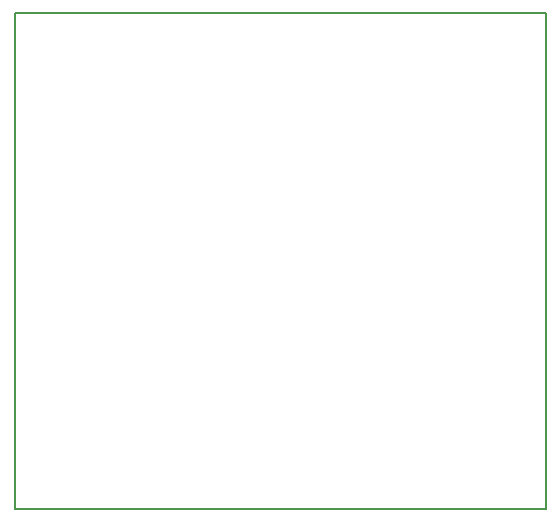
<source format=gm1>
G04 #@! TF.GenerationSoftware,KiCad,Pcbnew,8.0.8*
G04 #@! TF.CreationDate,2025-06-14T11:12:35+09:00*
G04 #@! TF.ProjectId,stm32c0_fdcan_module,73746d33-3263-4305-9f66-6463616e5f6d,rev?*
G04 #@! TF.SameCoordinates,Original*
G04 #@! TF.FileFunction,Profile,NP*
%FSLAX46Y46*%
G04 Gerber Fmt 4.6, Leading zero omitted, Abs format (unit mm)*
G04 Created by KiCad (PCBNEW 8.0.8) date 2025-06-14 11:12:35*
%MOMM*%
%LPD*%
G01*
G04 APERTURE LIST*
G04 #@! TA.AperFunction,Profile*
%ADD10C,0.200000*%
G04 #@! TD*
G04 APERTURE END LIST*
D10*
X102000000Y-70000000D02*
X147000000Y-70000000D01*
X147000000Y-112000000D01*
X102000000Y-112000000D01*
X102000000Y-70000000D01*
M02*

</source>
